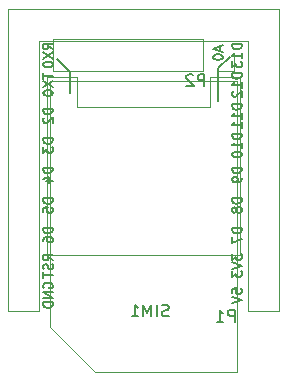
<source format=gbr>
G04 #@! TF.FileFunction,Legend,Bot*
%FSLAX46Y46*%
G04 Gerber Fmt 4.6, Leading zero omitted, Abs format (unit mm)*
G04 Created by KiCad (PCBNEW 4.0.6) date 09/05/17 06:11:10*
%MOMM*%
%LPD*%
G01*
G04 APERTURE LIST*
%ADD10C,0.100000*%
%ADD11C,0.120000*%
%ADD12C,0.150000*%
G04 APERTURE END LIST*
D10*
D11*
X156491000Y-69175000D02*
X143731000Y-69175000D01*
X143731000Y-69175000D02*
X143731000Y-66515000D01*
X143731000Y-66515000D02*
X156491000Y-66515000D01*
X156491000Y-66515000D02*
X156491000Y-69175000D01*
X157761000Y-69175000D02*
X159091000Y-69175000D01*
X159091000Y-69175000D02*
X159091000Y-67845000D01*
D10*
X147331000Y-94695000D02*
X143531000Y-90885000D01*
X143531000Y-90885000D02*
X143531000Y-70045000D01*
X159331000Y-70045000D02*
X143531000Y-70045000D01*
X159331000Y-94695000D02*
X147331000Y-94695000D01*
X159331000Y-70045000D02*
X159331000Y-94695000D01*
X157081000Y-70885000D02*
X157081000Y-72265000D01*
X157091000Y-72265000D02*
X145781000Y-72265000D01*
X145781000Y-72265000D02*
X145781000Y-70745000D01*
X143281000Y-69695000D02*
X143281000Y-84795000D01*
X143281000Y-84795000D02*
X159581000Y-84795000D01*
X159581000Y-69695000D02*
X159581000Y-84795000D01*
X143281000Y-69695000D02*
X145781000Y-69695000D01*
X145781000Y-69695000D02*
X145781000Y-70755000D01*
X159581000Y-69695000D02*
X157081000Y-69695000D01*
X157081000Y-69695000D02*
X157081000Y-70945000D01*
D12*
X145171000Y-69265000D02*
X144071000Y-68165000D01*
X145171000Y-69265000D02*
X145171000Y-71065000D01*
X158771000Y-67965000D02*
X157771000Y-68965000D01*
X157771000Y-68965000D02*
X157771000Y-71765000D01*
D11*
X139921000Y-89495000D02*
X139921000Y-63975000D01*
X139921000Y-63975000D02*
X162901000Y-63975000D01*
X162901000Y-89495000D02*
X162901000Y-63975000D01*
X160241000Y-89495000D02*
X160241000Y-66635000D01*
X160241000Y-66635000D02*
X142581000Y-66635000D01*
X142581000Y-89495000D02*
X142581000Y-66635000D01*
X142581000Y-89495000D02*
X142581000Y-82685000D01*
X162901000Y-89495000D02*
X160241000Y-89495000D01*
X139921000Y-89495000D02*
X142581000Y-89495000D01*
X162901000Y-67845000D02*
X162901000Y-66515000D01*
D12*
X156589095Y-70457381D02*
X156589095Y-69457381D01*
X156208142Y-69457381D01*
X156112904Y-69505000D01*
X156065285Y-69552619D01*
X156017666Y-69647857D01*
X156017666Y-69790714D01*
X156065285Y-69885952D01*
X156112904Y-69933571D01*
X156208142Y-69981190D01*
X156589095Y-69981190D01*
X155636714Y-69552619D02*
X155589095Y-69505000D01*
X155493857Y-69457381D01*
X155255761Y-69457381D01*
X155160523Y-69505000D01*
X155112904Y-69552619D01*
X155065285Y-69647857D01*
X155065285Y-69743095D01*
X155112904Y-69885952D01*
X155684333Y-70457381D01*
X155065285Y-70457381D01*
X153562428Y-89919762D02*
X153419571Y-89967381D01*
X153181475Y-89967381D01*
X153086237Y-89919762D01*
X153038618Y-89872143D01*
X152990999Y-89776905D01*
X152990999Y-89681667D01*
X153038618Y-89586429D01*
X153086237Y-89538810D01*
X153181475Y-89491190D01*
X153371952Y-89443571D01*
X153467190Y-89395952D01*
X153514809Y-89348333D01*
X153562428Y-89253095D01*
X153562428Y-89157857D01*
X153514809Y-89062619D01*
X153467190Y-89015000D01*
X153371952Y-88967381D01*
X153133856Y-88967381D01*
X152990999Y-89015000D01*
X152562428Y-89967381D02*
X152562428Y-88967381D01*
X152086238Y-89967381D02*
X152086238Y-88967381D01*
X151752904Y-89681667D01*
X151419571Y-88967381D01*
X151419571Y-89967381D01*
X150419571Y-89967381D02*
X150991000Y-89967381D01*
X150705286Y-89967381D02*
X150705286Y-88967381D01*
X150800524Y-89110238D01*
X150895762Y-89205476D01*
X150991000Y-89253095D01*
X159149095Y-90407381D02*
X159149095Y-89407381D01*
X158768142Y-89407381D01*
X158672904Y-89455000D01*
X158625285Y-89502619D01*
X158577666Y-89597857D01*
X158577666Y-89740714D01*
X158625285Y-89835952D01*
X158672904Y-89883571D01*
X158768142Y-89931190D01*
X159149095Y-89931190D01*
X157625285Y-90407381D02*
X158196714Y-90407381D01*
X157911000Y-90407381D02*
X157911000Y-89407381D01*
X158006238Y-89550238D01*
X158101476Y-89645476D01*
X158196714Y-89693095D01*
X142971000Y-87555477D02*
X142932905Y-87479286D01*
X142932905Y-87365001D01*
X142971000Y-87250715D01*
X143047190Y-87174524D01*
X143123381Y-87136429D01*
X143275762Y-87098334D01*
X143390048Y-87098334D01*
X143542429Y-87136429D01*
X143618619Y-87174524D01*
X143694810Y-87250715D01*
X143732905Y-87365001D01*
X143732905Y-87441191D01*
X143694810Y-87555477D01*
X143656714Y-87593572D01*
X143390048Y-87593572D01*
X143390048Y-87441191D01*
X143732905Y-87936429D02*
X142932905Y-87936429D01*
X143732905Y-88393572D01*
X142932905Y-88393572D01*
X143732905Y-88774524D02*
X142932905Y-88774524D01*
X142932905Y-88965000D01*
X142971000Y-89079286D01*
X143047190Y-89155477D01*
X143123381Y-89193572D01*
X143275762Y-89231667D01*
X143390048Y-89231667D01*
X143542429Y-89193572D01*
X143618619Y-89155477D01*
X143694810Y-89079286D01*
X143732905Y-88965000D01*
X143732905Y-88774524D01*
X143732905Y-85226905D02*
X143351952Y-84960238D01*
X143732905Y-84769762D02*
X142932905Y-84769762D01*
X142932905Y-85074524D01*
X142971000Y-85150715D01*
X143009095Y-85188810D01*
X143085286Y-85226905D01*
X143199571Y-85226905D01*
X143275762Y-85188810D01*
X143313857Y-85150715D01*
X143351952Y-85074524D01*
X143351952Y-84769762D01*
X143694810Y-85531667D02*
X143732905Y-85645953D01*
X143732905Y-85836429D01*
X143694810Y-85912619D01*
X143656714Y-85950715D01*
X143580524Y-85988810D01*
X143504333Y-85988810D01*
X143428143Y-85950715D01*
X143390048Y-85912619D01*
X143351952Y-85836429D01*
X143313857Y-85684048D01*
X143275762Y-85607857D01*
X143237667Y-85569762D01*
X143161476Y-85531667D01*
X143085286Y-85531667D01*
X143009095Y-85569762D01*
X142971000Y-85607857D01*
X142932905Y-85684048D01*
X142932905Y-85874524D01*
X142971000Y-85988810D01*
X142932905Y-86217381D02*
X142932905Y-86674524D01*
X143732905Y-86445953D02*
X142932905Y-86445953D01*
X143732905Y-82474524D02*
X142932905Y-82474524D01*
X142932905Y-82665000D01*
X142971000Y-82779286D01*
X143047190Y-82855477D01*
X143123381Y-82893572D01*
X143275762Y-82931667D01*
X143390048Y-82931667D01*
X143542429Y-82893572D01*
X143618619Y-82855477D01*
X143694810Y-82779286D01*
X143732905Y-82665000D01*
X143732905Y-82474524D01*
X142932905Y-83617381D02*
X142932905Y-83465000D01*
X142971000Y-83388810D01*
X143009095Y-83350715D01*
X143123381Y-83274524D01*
X143275762Y-83236429D01*
X143580524Y-83236429D01*
X143656714Y-83274524D01*
X143694810Y-83312619D01*
X143732905Y-83388810D01*
X143732905Y-83541191D01*
X143694810Y-83617381D01*
X143656714Y-83655477D01*
X143580524Y-83693572D01*
X143390048Y-83693572D01*
X143313857Y-83655477D01*
X143275762Y-83617381D01*
X143237667Y-83541191D01*
X143237667Y-83388810D01*
X143275762Y-83312619D01*
X143313857Y-83274524D01*
X143390048Y-83236429D01*
X143732905Y-79974524D02*
X142932905Y-79974524D01*
X142932905Y-80165000D01*
X142971000Y-80279286D01*
X143047190Y-80355477D01*
X143123381Y-80393572D01*
X143275762Y-80431667D01*
X143390048Y-80431667D01*
X143542429Y-80393572D01*
X143618619Y-80355477D01*
X143694810Y-80279286D01*
X143732905Y-80165000D01*
X143732905Y-79974524D01*
X142932905Y-81155477D02*
X142932905Y-80774524D01*
X143313857Y-80736429D01*
X143275762Y-80774524D01*
X143237667Y-80850715D01*
X143237667Y-81041191D01*
X143275762Y-81117381D01*
X143313857Y-81155477D01*
X143390048Y-81193572D01*
X143580524Y-81193572D01*
X143656714Y-81155477D01*
X143694810Y-81117381D01*
X143732905Y-81041191D01*
X143732905Y-80850715D01*
X143694810Y-80774524D01*
X143656714Y-80736429D01*
X143732905Y-77374524D02*
X142932905Y-77374524D01*
X142932905Y-77565000D01*
X142971000Y-77679286D01*
X143047190Y-77755477D01*
X143123381Y-77793572D01*
X143275762Y-77831667D01*
X143390048Y-77831667D01*
X143542429Y-77793572D01*
X143618619Y-77755477D01*
X143694810Y-77679286D01*
X143732905Y-77565000D01*
X143732905Y-77374524D01*
X143199571Y-78517381D02*
X143732905Y-78517381D01*
X142894810Y-78326905D02*
X143466238Y-78136429D01*
X143466238Y-78631667D01*
X143732905Y-74874524D02*
X142932905Y-74874524D01*
X142932905Y-75065000D01*
X142971000Y-75179286D01*
X143047190Y-75255477D01*
X143123381Y-75293572D01*
X143275762Y-75331667D01*
X143390048Y-75331667D01*
X143542429Y-75293572D01*
X143618619Y-75255477D01*
X143694810Y-75179286D01*
X143732905Y-75065000D01*
X143732905Y-74874524D01*
X142932905Y-75598334D02*
X142932905Y-76093572D01*
X143237667Y-75826905D01*
X143237667Y-75941191D01*
X143275762Y-76017381D01*
X143313857Y-76055477D01*
X143390048Y-76093572D01*
X143580524Y-76093572D01*
X143656714Y-76055477D01*
X143694810Y-76017381D01*
X143732905Y-75941191D01*
X143732905Y-75712619D01*
X143694810Y-75636429D01*
X143656714Y-75598334D01*
X143732905Y-72374524D02*
X142932905Y-72374524D01*
X142932905Y-72565000D01*
X142971000Y-72679286D01*
X143047190Y-72755477D01*
X143123381Y-72793572D01*
X143275762Y-72831667D01*
X143390048Y-72831667D01*
X143542429Y-72793572D01*
X143618619Y-72755477D01*
X143694810Y-72679286D01*
X143732905Y-72565000D01*
X143732905Y-72374524D01*
X143009095Y-73136429D02*
X142971000Y-73174524D01*
X142932905Y-73250715D01*
X142932905Y-73441191D01*
X142971000Y-73517381D01*
X143009095Y-73555477D01*
X143085286Y-73593572D01*
X143161476Y-73593572D01*
X143275762Y-73555477D01*
X143732905Y-73098334D01*
X143732905Y-73593572D01*
X142932905Y-69374523D02*
X142932905Y-69831666D01*
X143732905Y-69603095D02*
X142932905Y-69603095D01*
X142932905Y-70022143D02*
X143732905Y-70555476D01*
X142932905Y-70555476D02*
X143732905Y-70022143D01*
X142932905Y-71012619D02*
X142932905Y-71088810D01*
X142971000Y-71165000D01*
X143009095Y-71203095D01*
X143085286Y-71241191D01*
X143237667Y-71279286D01*
X143428143Y-71279286D01*
X143580524Y-71241191D01*
X143656714Y-71203095D01*
X143694810Y-71165000D01*
X143732905Y-71088810D01*
X143732905Y-71012619D01*
X143694810Y-70936429D01*
X143656714Y-70898333D01*
X143580524Y-70860238D01*
X143428143Y-70822143D01*
X143237667Y-70822143D01*
X143085286Y-70860238D01*
X143009095Y-70898333D01*
X142971000Y-70936429D01*
X142932905Y-71012619D01*
X143732905Y-67350714D02*
X143351952Y-67084047D01*
X143732905Y-66893571D02*
X142932905Y-66893571D01*
X142932905Y-67198333D01*
X142971000Y-67274524D01*
X143009095Y-67312619D01*
X143085286Y-67350714D01*
X143199571Y-67350714D01*
X143275762Y-67312619D01*
X143313857Y-67274524D01*
X143351952Y-67198333D01*
X143351952Y-66893571D01*
X142932905Y-67617381D02*
X143732905Y-68150714D01*
X142932905Y-68150714D02*
X143732905Y-67617381D01*
X142932905Y-68607857D02*
X142932905Y-68684048D01*
X142971000Y-68760238D01*
X143009095Y-68798333D01*
X143085286Y-68836429D01*
X143237667Y-68874524D01*
X143428143Y-68874524D01*
X143580524Y-68836429D01*
X143656714Y-68798333D01*
X143694810Y-68760238D01*
X143732905Y-68684048D01*
X143732905Y-68607857D01*
X143694810Y-68531667D01*
X143656714Y-68493571D01*
X143580524Y-68455476D01*
X143428143Y-68417381D01*
X143237667Y-68417381D01*
X143085286Y-68455476D01*
X143009095Y-68493571D01*
X142971000Y-68531667D01*
X142932905Y-68607857D01*
X157904333Y-67093572D02*
X157904333Y-67474524D01*
X158132905Y-67017381D02*
X157332905Y-67284048D01*
X158132905Y-67550715D01*
X157332905Y-67969762D02*
X157332905Y-68045953D01*
X157371000Y-68122143D01*
X157409095Y-68160238D01*
X157485286Y-68198334D01*
X157637667Y-68236429D01*
X157828143Y-68236429D01*
X157980524Y-68198334D01*
X158056714Y-68160238D01*
X158094810Y-68122143D01*
X158132905Y-68045953D01*
X158132905Y-67969762D01*
X158094810Y-67893572D01*
X158056714Y-67855476D01*
X157980524Y-67817381D01*
X157828143Y-67779286D01*
X157637667Y-67779286D01*
X157485286Y-67817381D01*
X157409095Y-67855476D01*
X157371000Y-67893572D01*
X157332905Y-67969762D01*
X159732905Y-66893571D02*
X158932905Y-66893571D01*
X158932905Y-67084047D01*
X158971000Y-67198333D01*
X159047190Y-67274524D01*
X159123381Y-67312619D01*
X159275762Y-67350714D01*
X159390048Y-67350714D01*
X159542429Y-67312619D01*
X159618619Y-67274524D01*
X159694810Y-67198333D01*
X159732905Y-67084047D01*
X159732905Y-66893571D01*
X159732905Y-68112619D02*
X159732905Y-67655476D01*
X159732905Y-67884047D02*
X158932905Y-67884047D01*
X159047190Y-67807857D01*
X159123381Y-67731666D01*
X159161476Y-67655476D01*
X158932905Y-68379286D02*
X158932905Y-68874524D01*
X159237667Y-68607857D01*
X159237667Y-68722143D01*
X159275762Y-68798333D01*
X159313857Y-68836429D01*
X159390048Y-68874524D01*
X159580524Y-68874524D01*
X159656714Y-68836429D01*
X159694810Y-68798333D01*
X159732905Y-68722143D01*
X159732905Y-68493571D01*
X159694810Y-68417381D01*
X159656714Y-68379286D01*
X159732905Y-69393571D02*
X158932905Y-69393571D01*
X158932905Y-69584047D01*
X158971000Y-69698333D01*
X159047190Y-69774524D01*
X159123381Y-69812619D01*
X159275762Y-69850714D01*
X159390048Y-69850714D01*
X159542429Y-69812619D01*
X159618619Y-69774524D01*
X159694810Y-69698333D01*
X159732905Y-69584047D01*
X159732905Y-69393571D01*
X159732905Y-70612619D02*
X159732905Y-70155476D01*
X159732905Y-70384047D02*
X158932905Y-70384047D01*
X159047190Y-70307857D01*
X159123381Y-70231666D01*
X159161476Y-70155476D01*
X159009095Y-70917381D02*
X158971000Y-70955476D01*
X158932905Y-71031667D01*
X158932905Y-71222143D01*
X158971000Y-71298333D01*
X159009095Y-71336429D01*
X159085286Y-71374524D01*
X159161476Y-71374524D01*
X159275762Y-71336429D01*
X159732905Y-70879286D01*
X159732905Y-71374524D01*
X159732905Y-71993571D02*
X158932905Y-71993571D01*
X158932905Y-72184047D01*
X158971000Y-72298333D01*
X159047190Y-72374524D01*
X159123381Y-72412619D01*
X159275762Y-72450714D01*
X159390048Y-72450714D01*
X159542429Y-72412619D01*
X159618619Y-72374524D01*
X159694810Y-72298333D01*
X159732905Y-72184047D01*
X159732905Y-71993571D01*
X159732905Y-73212619D02*
X159732905Y-72755476D01*
X159732905Y-72984047D02*
X158932905Y-72984047D01*
X159047190Y-72907857D01*
X159123381Y-72831666D01*
X159161476Y-72755476D01*
X159732905Y-73974524D02*
X159732905Y-73517381D01*
X159732905Y-73745952D02*
X158932905Y-73745952D01*
X159047190Y-73669762D01*
X159123381Y-73593571D01*
X159161476Y-73517381D01*
X159732905Y-74493571D02*
X158932905Y-74493571D01*
X158932905Y-74684047D01*
X158971000Y-74798333D01*
X159047190Y-74874524D01*
X159123381Y-74912619D01*
X159275762Y-74950714D01*
X159390048Y-74950714D01*
X159542429Y-74912619D01*
X159618619Y-74874524D01*
X159694810Y-74798333D01*
X159732905Y-74684047D01*
X159732905Y-74493571D01*
X159732905Y-75712619D02*
X159732905Y-75255476D01*
X159732905Y-75484047D02*
X158932905Y-75484047D01*
X159047190Y-75407857D01*
X159123381Y-75331666D01*
X159161476Y-75255476D01*
X158932905Y-76207857D02*
X158932905Y-76284048D01*
X158971000Y-76360238D01*
X159009095Y-76398333D01*
X159085286Y-76436429D01*
X159237667Y-76474524D01*
X159428143Y-76474524D01*
X159580524Y-76436429D01*
X159656714Y-76398333D01*
X159694810Y-76360238D01*
X159732905Y-76284048D01*
X159732905Y-76207857D01*
X159694810Y-76131667D01*
X159656714Y-76093571D01*
X159580524Y-76055476D01*
X159428143Y-76017381D01*
X159237667Y-76017381D01*
X159085286Y-76055476D01*
X159009095Y-76093571D01*
X158971000Y-76131667D01*
X158932905Y-76207857D01*
X159732905Y-77374524D02*
X158932905Y-77374524D01*
X158932905Y-77565000D01*
X158971000Y-77679286D01*
X159047190Y-77755477D01*
X159123381Y-77793572D01*
X159275762Y-77831667D01*
X159390048Y-77831667D01*
X159542429Y-77793572D01*
X159618619Y-77755477D01*
X159694810Y-77679286D01*
X159732905Y-77565000D01*
X159732905Y-77374524D01*
X159732905Y-78212619D02*
X159732905Y-78365000D01*
X159694810Y-78441191D01*
X159656714Y-78479286D01*
X159542429Y-78555477D01*
X159390048Y-78593572D01*
X159085286Y-78593572D01*
X159009095Y-78555477D01*
X158971000Y-78517381D01*
X158932905Y-78441191D01*
X158932905Y-78288810D01*
X158971000Y-78212619D01*
X159009095Y-78174524D01*
X159085286Y-78136429D01*
X159275762Y-78136429D01*
X159351952Y-78174524D01*
X159390048Y-78212619D01*
X159428143Y-78288810D01*
X159428143Y-78441191D01*
X159390048Y-78517381D01*
X159351952Y-78555477D01*
X159275762Y-78593572D01*
X159732905Y-79974524D02*
X158932905Y-79974524D01*
X158932905Y-80165000D01*
X158971000Y-80279286D01*
X159047190Y-80355477D01*
X159123381Y-80393572D01*
X159275762Y-80431667D01*
X159390048Y-80431667D01*
X159542429Y-80393572D01*
X159618619Y-80355477D01*
X159694810Y-80279286D01*
X159732905Y-80165000D01*
X159732905Y-79974524D01*
X159275762Y-80888810D02*
X159237667Y-80812619D01*
X159199571Y-80774524D01*
X159123381Y-80736429D01*
X159085286Y-80736429D01*
X159009095Y-80774524D01*
X158971000Y-80812619D01*
X158932905Y-80888810D01*
X158932905Y-81041191D01*
X158971000Y-81117381D01*
X159009095Y-81155477D01*
X159085286Y-81193572D01*
X159123381Y-81193572D01*
X159199571Y-81155477D01*
X159237667Y-81117381D01*
X159275762Y-81041191D01*
X159275762Y-80888810D01*
X159313857Y-80812619D01*
X159351952Y-80774524D01*
X159428143Y-80736429D01*
X159580524Y-80736429D01*
X159656714Y-80774524D01*
X159694810Y-80812619D01*
X159732905Y-80888810D01*
X159732905Y-81041191D01*
X159694810Y-81117381D01*
X159656714Y-81155477D01*
X159580524Y-81193572D01*
X159428143Y-81193572D01*
X159351952Y-81155477D01*
X159313857Y-81117381D01*
X159275762Y-81041191D01*
X159732905Y-82474524D02*
X158932905Y-82474524D01*
X158932905Y-82665000D01*
X158971000Y-82779286D01*
X159047190Y-82855477D01*
X159123381Y-82893572D01*
X159275762Y-82931667D01*
X159390048Y-82931667D01*
X159542429Y-82893572D01*
X159618619Y-82855477D01*
X159694810Y-82779286D01*
X159732905Y-82665000D01*
X159732905Y-82474524D01*
X158932905Y-83198334D02*
X158932905Y-83731667D01*
X159732905Y-83388810D01*
X158932905Y-84674524D02*
X158932905Y-85169762D01*
X159237667Y-84903095D01*
X159237667Y-85017381D01*
X159275762Y-85093571D01*
X159313857Y-85131667D01*
X159390048Y-85169762D01*
X159580524Y-85169762D01*
X159656714Y-85131667D01*
X159694810Y-85093571D01*
X159732905Y-85017381D01*
X159732905Y-84788809D01*
X159694810Y-84712619D01*
X159656714Y-84674524D01*
X158932905Y-85398333D02*
X159732905Y-85665000D01*
X158932905Y-85931667D01*
X158932905Y-86122143D02*
X158932905Y-86617381D01*
X159237667Y-86350714D01*
X159237667Y-86465000D01*
X159275762Y-86541190D01*
X159313857Y-86579286D01*
X159390048Y-86617381D01*
X159580524Y-86617381D01*
X159656714Y-86579286D01*
X159694810Y-86541190D01*
X159732905Y-86465000D01*
X159732905Y-86236428D01*
X159694810Y-86160238D01*
X159656714Y-86122143D01*
X158932905Y-88012620D02*
X158932905Y-87631667D01*
X159313857Y-87593572D01*
X159275762Y-87631667D01*
X159237667Y-87707858D01*
X159237667Y-87898334D01*
X159275762Y-87974524D01*
X159313857Y-88012620D01*
X159390048Y-88050715D01*
X159580524Y-88050715D01*
X159656714Y-88012620D01*
X159694810Y-87974524D01*
X159732905Y-87898334D01*
X159732905Y-87707858D01*
X159694810Y-87631667D01*
X159656714Y-87593572D01*
X158932905Y-88279286D02*
X159732905Y-88545953D01*
X158932905Y-88812620D01*
M02*

</source>
